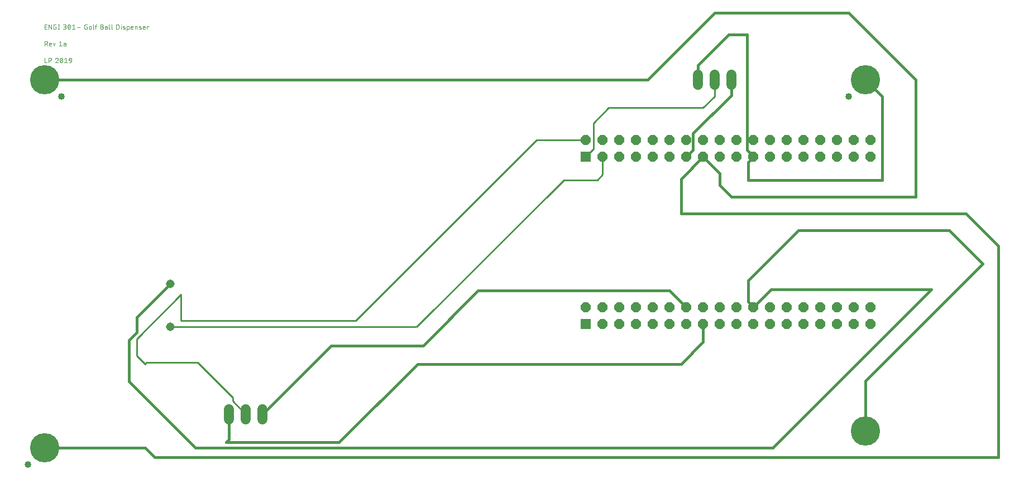
<source format=gbr>
G04 EAGLE Gerber RS-274X export*
G75*
%MOMM*%
%FSLAX34Y34*%
%LPD*%
%INTop Copper*%
%IPPOS*%
%AMOC8*
5,1,8,0,0,1.08239X$1,22.5*%
G01*
%ADD10C,0.050800*%
%ADD11C,1.308000*%
%ADD12R,1.524000X1.524000*%
%ADD13P,1.649562X8X22.500000*%
%ADD14C,1.524000*%
%ADD15C,1.016000*%
%ADD16C,4.445000*%
%ADD17C,0.381000*%
%ADD18C,0.254000*%
%ADD19C,0.152400*%


D10*
X54215Y686054D02*
X51054Y686054D01*
X51054Y693166D01*
X54215Y693166D01*
X53425Y690005D02*
X51054Y690005D01*
X56985Y693166D02*
X56985Y686054D01*
X60936Y686054D02*
X56985Y693166D01*
X60936Y693166D02*
X60936Y686054D01*
X67066Y690005D02*
X68251Y690005D01*
X68251Y686054D01*
X65881Y686054D01*
X65803Y686056D01*
X65726Y686062D01*
X65649Y686071D01*
X65573Y686084D01*
X65497Y686101D01*
X65422Y686122D01*
X65349Y686146D01*
X65276Y686174D01*
X65205Y686206D01*
X65136Y686241D01*
X65069Y686279D01*
X65003Y686320D01*
X64940Y686365D01*
X64879Y686413D01*
X64820Y686463D01*
X64764Y686517D01*
X64710Y686573D01*
X64660Y686632D01*
X64612Y686693D01*
X64567Y686756D01*
X64526Y686822D01*
X64488Y686889D01*
X64453Y686958D01*
X64421Y687029D01*
X64393Y687102D01*
X64369Y687175D01*
X64348Y687250D01*
X64331Y687326D01*
X64318Y687402D01*
X64309Y687479D01*
X64303Y687556D01*
X64301Y687634D01*
X64300Y687634D02*
X64300Y691586D01*
X64301Y691586D02*
X64303Y691664D01*
X64309Y691741D01*
X64318Y691818D01*
X64331Y691894D01*
X64348Y691970D01*
X64369Y692045D01*
X64393Y692118D01*
X64421Y692191D01*
X64453Y692262D01*
X64488Y692331D01*
X64526Y692398D01*
X64567Y692464D01*
X64612Y692527D01*
X64660Y692588D01*
X64710Y692647D01*
X64764Y692703D01*
X64820Y692757D01*
X64879Y692807D01*
X64940Y692855D01*
X65003Y692900D01*
X65069Y692941D01*
X65136Y692979D01*
X65205Y693014D01*
X65276Y693046D01*
X65349Y693074D01*
X65422Y693098D01*
X65497Y693119D01*
X65573Y693136D01*
X65649Y693149D01*
X65726Y693158D01*
X65803Y693164D01*
X65881Y693166D01*
X68251Y693166D01*
X71991Y693166D02*
X71991Y686054D01*
X71201Y686054D02*
X72781Y686054D01*
X72781Y693166D02*
X71201Y693166D01*
X79159Y686054D02*
X81135Y686054D01*
X81222Y686056D01*
X81310Y686062D01*
X81397Y686071D01*
X81483Y686085D01*
X81569Y686102D01*
X81653Y686123D01*
X81737Y686148D01*
X81820Y686177D01*
X81901Y686209D01*
X81981Y686244D01*
X82059Y686283D01*
X82136Y686326D01*
X82210Y686372D01*
X82282Y686421D01*
X82352Y686473D01*
X82420Y686529D01*
X82485Y686587D01*
X82548Y686648D01*
X82607Y686712D01*
X82664Y686779D01*
X82718Y686847D01*
X82769Y686919D01*
X82816Y686992D01*
X82861Y687067D01*
X82902Y687145D01*
X82939Y687224D01*
X82973Y687304D01*
X83003Y687386D01*
X83030Y687469D01*
X83053Y687554D01*
X83072Y687639D01*
X83087Y687725D01*
X83099Y687812D01*
X83107Y687899D01*
X83111Y687986D01*
X83111Y688074D01*
X83107Y688161D01*
X83099Y688248D01*
X83087Y688335D01*
X83072Y688421D01*
X83053Y688506D01*
X83030Y688591D01*
X83003Y688674D01*
X82973Y688756D01*
X82939Y688836D01*
X82902Y688915D01*
X82861Y688993D01*
X82816Y689068D01*
X82769Y689141D01*
X82718Y689213D01*
X82664Y689281D01*
X82607Y689348D01*
X82548Y689412D01*
X82485Y689473D01*
X82420Y689531D01*
X82352Y689587D01*
X82282Y689639D01*
X82210Y689688D01*
X82136Y689734D01*
X82059Y689777D01*
X81981Y689816D01*
X81901Y689851D01*
X81820Y689883D01*
X81737Y689912D01*
X81653Y689937D01*
X81569Y689958D01*
X81483Y689975D01*
X81397Y689989D01*
X81310Y689998D01*
X81222Y690004D01*
X81135Y690006D01*
X81530Y693166D02*
X79159Y693166D01*
X81530Y693166D02*
X81609Y693164D01*
X81687Y693158D01*
X81765Y693148D01*
X81843Y693135D01*
X81920Y693117D01*
X81996Y693096D01*
X82070Y693071D01*
X82144Y693042D01*
X82216Y693010D01*
X82286Y692974D01*
X82354Y692934D01*
X82420Y692891D01*
X82484Y692845D01*
X82546Y692796D01*
X82605Y692744D01*
X82661Y692689D01*
X82715Y692631D01*
X82765Y692571D01*
X82813Y692508D01*
X82857Y692443D01*
X82898Y692376D01*
X82936Y692307D01*
X82970Y692236D01*
X83001Y692163D01*
X83028Y692089D01*
X83051Y692014D01*
X83070Y691938D01*
X83086Y691860D01*
X83098Y691782D01*
X83106Y691704D01*
X83110Y691625D01*
X83110Y691547D01*
X83106Y691468D01*
X83098Y691390D01*
X83086Y691312D01*
X83070Y691234D01*
X83051Y691158D01*
X83028Y691083D01*
X83001Y691009D01*
X82970Y690936D01*
X82936Y690865D01*
X82898Y690796D01*
X82857Y690729D01*
X82813Y690664D01*
X82765Y690601D01*
X82715Y690541D01*
X82661Y690483D01*
X82605Y690428D01*
X82546Y690376D01*
X82484Y690327D01*
X82420Y690281D01*
X82354Y690238D01*
X82286Y690198D01*
X82216Y690162D01*
X82144Y690130D01*
X82070Y690101D01*
X81996Y690076D01*
X81920Y690055D01*
X81843Y690037D01*
X81765Y690024D01*
X81687Y690014D01*
X81609Y690008D01*
X81530Y690006D01*
X81530Y690005D02*
X79949Y690005D01*
X86017Y689610D02*
X86019Y689758D01*
X86024Y689905D01*
X86034Y690053D01*
X86047Y690200D01*
X86063Y690347D01*
X86084Y690493D01*
X86108Y690639D01*
X86136Y690784D01*
X86167Y690928D01*
X86202Y691071D01*
X86241Y691214D01*
X86283Y691355D01*
X86329Y691496D01*
X86378Y691635D01*
X86431Y691773D01*
X86487Y691910D01*
X86547Y692045D01*
X86610Y692178D01*
X86636Y692249D01*
X86666Y692318D01*
X86700Y692386D01*
X86737Y692452D01*
X86777Y692516D01*
X86821Y692578D01*
X86867Y692637D01*
X86917Y692694D01*
X86970Y692748D01*
X87025Y692800D01*
X87083Y692848D01*
X87143Y692894D01*
X87206Y692936D01*
X87271Y692975D01*
X87337Y693011D01*
X87406Y693043D01*
X87475Y693071D01*
X87547Y693096D01*
X87619Y693117D01*
X87693Y693135D01*
X87767Y693148D01*
X87842Y693158D01*
X87917Y693164D01*
X87993Y693166D01*
X88069Y693164D01*
X88144Y693158D01*
X88219Y693148D01*
X88293Y693135D01*
X88367Y693117D01*
X88439Y693096D01*
X88510Y693071D01*
X88580Y693043D01*
X88649Y693011D01*
X88715Y692975D01*
X88780Y692936D01*
X88843Y692894D01*
X88903Y692848D01*
X88961Y692800D01*
X89016Y692748D01*
X89069Y692694D01*
X89119Y692637D01*
X89165Y692578D01*
X89209Y692516D01*
X89249Y692452D01*
X89286Y692386D01*
X89320Y692318D01*
X89350Y692249D01*
X89376Y692178D01*
X89375Y692178D02*
X89438Y692045D01*
X89498Y691910D01*
X89554Y691773D01*
X89607Y691635D01*
X89656Y691496D01*
X89702Y691355D01*
X89744Y691214D01*
X89783Y691071D01*
X89818Y690928D01*
X89849Y690784D01*
X89877Y690639D01*
X89901Y690493D01*
X89922Y690347D01*
X89938Y690200D01*
X89951Y690053D01*
X89961Y689905D01*
X89966Y689758D01*
X89968Y689610D01*
X86017Y689610D02*
X86019Y689462D01*
X86024Y689315D01*
X86034Y689167D01*
X86047Y689020D01*
X86063Y688873D01*
X86084Y688727D01*
X86108Y688582D01*
X86136Y688436D01*
X86167Y688292D01*
X86202Y688149D01*
X86241Y688006D01*
X86283Y687865D01*
X86329Y687724D01*
X86378Y687585D01*
X86431Y687447D01*
X86487Y687310D01*
X86547Y687175D01*
X86610Y687042D01*
X86636Y686971D01*
X86666Y686902D01*
X86700Y686834D01*
X86737Y686768D01*
X86777Y686704D01*
X86821Y686642D01*
X86867Y686583D01*
X86917Y686526D01*
X86970Y686472D01*
X87025Y686420D01*
X87083Y686372D01*
X87143Y686326D01*
X87206Y686284D01*
X87271Y686245D01*
X87337Y686209D01*
X87406Y686177D01*
X87476Y686149D01*
X87547Y686124D01*
X87619Y686103D01*
X87693Y686085D01*
X87767Y686072D01*
X87842Y686062D01*
X87917Y686056D01*
X87993Y686054D01*
X89375Y687042D02*
X89438Y687175D01*
X89498Y687310D01*
X89554Y687447D01*
X89607Y687585D01*
X89656Y687724D01*
X89702Y687865D01*
X89744Y688006D01*
X89783Y688149D01*
X89818Y688292D01*
X89849Y688436D01*
X89877Y688582D01*
X89901Y688727D01*
X89922Y688873D01*
X89938Y689020D01*
X89951Y689167D01*
X89961Y689315D01*
X89966Y689462D01*
X89968Y689610D01*
X89376Y687042D02*
X89350Y686971D01*
X89320Y686902D01*
X89286Y686834D01*
X89249Y686768D01*
X89209Y686704D01*
X89165Y686642D01*
X89119Y686583D01*
X89069Y686526D01*
X89016Y686472D01*
X88961Y686420D01*
X88903Y686372D01*
X88843Y686326D01*
X88780Y686284D01*
X88715Y686245D01*
X88649Y686209D01*
X88580Y686177D01*
X88510Y686149D01*
X88439Y686124D01*
X88367Y686103D01*
X88293Y686085D01*
X88219Y686072D01*
X88144Y686062D01*
X88069Y686056D01*
X87993Y686054D01*
X86412Y687634D02*
X89573Y691586D01*
X92875Y691586D02*
X94851Y693166D01*
X94851Y686054D01*
X96826Y686054D02*
X92875Y686054D01*
X99795Y688820D02*
X104536Y688820D01*
X114157Y690005D02*
X115343Y690005D01*
X115343Y686054D01*
X112972Y686054D01*
X112894Y686056D01*
X112817Y686062D01*
X112740Y686071D01*
X112664Y686084D01*
X112588Y686101D01*
X112513Y686122D01*
X112440Y686146D01*
X112367Y686174D01*
X112296Y686206D01*
X112227Y686241D01*
X112160Y686279D01*
X112094Y686320D01*
X112031Y686365D01*
X111970Y686413D01*
X111911Y686463D01*
X111855Y686517D01*
X111801Y686573D01*
X111751Y686632D01*
X111703Y686693D01*
X111658Y686756D01*
X111617Y686822D01*
X111579Y686889D01*
X111544Y686958D01*
X111512Y687029D01*
X111484Y687102D01*
X111460Y687175D01*
X111439Y687250D01*
X111422Y687326D01*
X111409Y687402D01*
X111400Y687479D01*
X111394Y687556D01*
X111392Y687634D01*
X111392Y691586D01*
X111394Y691664D01*
X111400Y691741D01*
X111409Y691818D01*
X111422Y691894D01*
X111439Y691970D01*
X111460Y692045D01*
X111484Y692118D01*
X111512Y692191D01*
X111544Y692262D01*
X111579Y692331D01*
X111617Y692398D01*
X111658Y692464D01*
X111703Y692527D01*
X111751Y692588D01*
X111801Y692647D01*
X111855Y692703D01*
X111911Y692757D01*
X111970Y692807D01*
X112031Y692855D01*
X112094Y692900D01*
X112160Y692941D01*
X112227Y692979D01*
X112296Y693014D01*
X112367Y693046D01*
X112440Y693074D01*
X112513Y693098D01*
X112588Y693119D01*
X112664Y693136D01*
X112740Y693149D01*
X112817Y693158D01*
X112894Y693164D01*
X112972Y693166D01*
X115343Y693166D01*
X118416Y689215D02*
X118416Y687634D01*
X118417Y689215D02*
X118419Y689294D01*
X118425Y689372D01*
X118435Y689450D01*
X118448Y689528D01*
X118466Y689605D01*
X118487Y689681D01*
X118512Y689755D01*
X118541Y689829D01*
X118573Y689901D01*
X118609Y689971D01*
X118649Y690039D01*
X118692Y690105D01*
X118738Y690169D01*
X118787Y690231D01*
X118839Y690290D01*
X118894Y690346D01*
X118952Y690400D01*
X119012Y690450D01*
X119075Y690498D01*
X119140Y690542D01*
X119207Y690583D01*
X119276Y690621D01*
X119347Y690655D01*
X119420Y690686D01*
X119494Y690713D01*
X119569Y690736D01*
X119645Y690755D01*
X119723Y690771D01*
X119801Y690783D01*
X119879Y690791D01*
X119958Y690795D01*
X120036Y690795D01*
X120115Y690791D01*
X120193Y690783D01*
X120271Y690771D01*
X120349Y690755D01*
X120425Y690736D01*
X120500Y690713D01*
X120574Y690686D01*
X120647Y690655D01*
X120718Y690621D01*
X120787Y690583D01*
X120854Y690542D01*
X120919Y690498D01*
X120982Y690450D01*
X121042Y690400D01*
X121100Y690346D01*
X121155Y690290D01*
X121207Y690231D01*
X121256Y690169D01*
X121302Y690105D01*
X121345Y690039D01*
X121385Y689971D01*
X121421Y689901D01*
X121453Y689829D01*
X121482Y689755D01*
X121507Y689681D01*
X121528Y689605D01*
X121546Y689528D01*
X121559Y689450D01*
X121569Y689372D01*
X121575Y689294D01*
X121577Y689215D01*
X121577Y687634D01*
X121575Y687555D01*
X121569Y687477D01*
X121559Y687399D01*
X121546Y687321D01*
X121528Y687244D01*
X121507Y687168D01*
X121482Y687094D01*
X121453Y687020D01*
X121421Y686948D01*
X121385Y686878D01*
X121345Y686810D01*
X121302Y686744D01*
X121256Y686680D01*
X121207Y686618D01*
X121155Y686559D01*
X121100Y686503D01*
X121042Y686449D01*
X120982Y686399D01*
X120919Y686351D01*
X120854Y686307D01*
X120787Y686266D01*
X120718Y686228D01*
X120647Y686194D01*
X120574Y686163D01*
X120500Y686136D01*
X120425Y686113D01*
X120349Y686094D01*
X120271Y686078D01*
X120193Y686066D01*
X120115Y686058D01*
X120036Y686054D01*
X119958Y686054D01*
X119879Y686058D01*
X119801Y686066D01*
X119723Y686078D01*
X119645Y686094D01*
X119569Y686113D01*
X119494Y686136D01*
X119420Y686163D01*
X119347Y686194D01*
X119276Y686228D01*
X119207Y686266D01*
X119140Y686307D01*
X119075Y686351D01*
X119012Y686399D01*
X118952Y686449D01*
X118894Y686503D01*
X118839Y686559D01*
X118787Y686618D01*
X118738Y686680D01*
X118692Y686744D01*
X118649Y686810D01*
X118609Y686878D01*
X118573Y686948D01*
X118541Y687020D01*
X118512Y687094D01*
X118487Y687168D01*
X118466Y687244D01*
X118448Y687321D01*
X118435Y687399D01*
X118425Y687477D01*
X118419Y687555D01*
X118417Y687634D01*
X124461Y687239D02*
X124461Y693166D01*
X124461Y687239D02*
X124463Y687173D01*
X124468Y687106D01*
X124478Y687041D01*
X124491Y686975D01*
X124507Y686911D01*
X124527Y686848D01*
X124551Y686786D01*
X124578Y686725D01*
X124609Y686666D01*
X124643Y686609D01*
X124680Y686553D01*
X124720Y686500D01*
X124762Y686449D01*
X124808Y686401D01*
X124856Y686355D01*
X124907Y686313D01*
X124960Y686273D01*
X125016Y686236D01*
X125073Y686202D01*
X125132Y686171D01*
X125193Y686144D01*
X125255Y686120D01*
X125318Y686100D01*
X125382Y686084D01*
X125448Y686071D01*
X125513Y686061D01*
X125580Y686056D01*
X125646Y686054D01*
X128400Y686054D02*
X128400Y691981D01*
X128402Y692047D01*
X128407Y692114D01*
X128417Y692179D01*
X128430Y692245D01*
X128446Y692309D01*
X128466Y692372D01*
X128490Y692434D01*
X128517Y692495D01*
X128548Y692554D01*
X128582Y692611D01*
X128619Y692667D01*
X128659Y692720D01*
X128701Y692771D01*
X128747Y692819D01*
X128795Y692865D01*
X128846Y692907D01*
X128899Y692947D01*
X128955Y692984D01*
X129012Y693018D01*
X129071Y693049D01*
X129131Y693076D01*
X129194Y693099D01*
X129257Y693120D01*
X129321Y693136D01*
X129386Y693149D01*
X129452Y693159D01*
X129519Y693164D01*
X129585Y693166D01*
X129980Y693166D01*
X129980Y690795D02*
X127610Y690795D01*
X135945Y690005D02*
X137920Y690005D01*
X137920Y690006D02*
X138007Y690004D01*
X138095Y689998D01*
X138182Y689989D01*
X138268Y689975D01*
X138354Y689958D01*
X138438Y689937D01*
X138522Y689912D01*
X138605Y689883D01*
X138686Y689851D01*
X138766Y689816D01*
X138844Y689777D01*
X138921Y689734D01*
X138995Y689688D01*
X139067Y689639D01*
X139137Y689587D01*
X139205Y689531D01*
X139270Y689473D01*
X139333Y689412D01*
X139392Y689348D01*
X139449Y689281D01*
X139503Y689213D01*
X139554Y689141D01*
X139601Y689068D01*
X139646Y688993D01*
X139687Y688915D01*
X139724Y688836D01*
X139758Y688756D01*
X139788Y688674D01*
X139815Y688591D01*
X139838Y688506D01*
X139857Y688421D01*
X139872Y688335D01*
X139884Y688248D01*
X139892Y688161D01*
X139896Y688074D01*
X139896Y687986D01*
X139892Y687899D01*
X139884Y687812D01*
X139872Y687725D01*
X139857Y687639D01*
X139838Y687554D01*
X139815Y687469D01*
X139788Y687386D01*
X139758Y687304D01*
X139724Y687224D01*
X139687Y687145D01*
X139646Y687067D01*
X139601Y686992D01*
X139554Y686919D01*
X139503Y686847D01*
X139449Y686779D01*
X139392Y686712D01*
X139333Y686648D01*
X139270Y686587D01*
X139205Y686529D01*
X139137Y686473D01*
X139067Y686421D01*
X138995Y686372D01*
X138921Y686326D01*
X138844Y686283D01*
X138766Y686244D01*
X138686Y686209D01*
X138605Y686177D01*
X138522Y686148D01*
X138438Y686123D01*
X138354Y686102D01*
X138268Y686085D01*
X138182Y686071D01*
X138095Y686062D01*
X138007Y686056D01*
X137920Y686054D01*
X135945Y686054D01*
X135945Y693166D01*
X137920Y693166D01*
X137999Y693164D01*
X138077Y693158D01*
X138155Y693148D01*
X138233Y693135D01*
X138310Y693117D01*
X138386Y693096D01*
X138460Y693071D01*
X138534Y693042D01*
X138606Y693010D01*
X138676Y692974D01*
X138744Y692934D01*
X138810Y692891D01*
X138874Y692845D01*
X138936Y692796D01*
X138995Y692744D01*
X139051Y692689D01*
X139105Y692631D01*
X139155Y692571D01*
X139203Y692508D01*
X139247Y692443D01*
X139288Y692376D01*
X139326Y692307D01*
X139360Y692236D01*
X139391Y692163D01*
X139418Y692089D01*
X139441Y692014D01*
X139460Y691938D01*
X139476Y691860D01*
X139488Y691782D01*
X139496Y691704D01*
X139500Y691625D01*
X139500Y691547D01*
X139496Y691468D01*
X139488Y691390D01*
X139476Y691312D01*
X139460Y691234D01*
X139441Y691158D01*
X139418Y691083D01*
X139391Y691009D01*
X139360Y690936D01*
X139326Y690865D01*
X139288Y690796D01*
X139247Y690729D01*
X139203Y690664D01*
X139155Y690601D01*
X139105Y690541D01*
X139051Y690483D01*
X138995Y690428D01*
X138936Y690376D01*
X138874Y690327D01*
X138810Y690281D01*
X138744Y690238D01*
X138676Y690198D01*
X138606Y690162D01*
X138534Y690130D01*
X138460Y690101D01*
X138386Y690076D01*
X138310Y690055D01*
X138233Y690037D01*
X138155Y690024D01*
X138077Y690014D01*
X137999Y690008D01*
X137920Y690006D01*
X143769Y688820D02*
X145547Y688820D01*
X143769Y688820D02*
X143695Y688818D01*
X143622Y688812D01*
X143549Y688802D01*
X143477Y688789D01*
X143405Y688771D01*
X143335Y688750D01*
X143265Y688725D01*
X143198Y688696D01*
X143131Y688664D01*
X143067Y688629D01*
X143004Y688589D01*
X142944Y688547D01*
X142886Y688502D01*
X142831Y688453D01*
X142778Y688402D01*
X142728Y688348D01*
X142681Y688291D01*
X142637Y688232D01*
X142597Y688171D01*
X142559Y688107D01*
X142525Y688042D01*
X142495Y687975D01*
X142468Y687906D01*
X142445Y687836D01*
X142426Y687765D01*
X142410Y687693D01*
X142398Y687621D01*
X142390Y687547D01*
X142386Y687474D01*
X142386Y687400D01*
X142390Y687327D01*
X142398Y687253D01*
X142410Y687181D01*
X142426Y687109D01*
X142445Y687038D01*
X142468Y686968D01*
X142495Y686899D01*
X142525Y686832D01*
X142559Y686767D01*
X142597Y686703D01*
X142637Y686642D01*
X142681Y686583D01*
X142728Y686526D01*
X142778Y686472D01*
X142831Y686421D01*
X142886Y686372D01*
X142944Y686327D01*
X143004Y686285D01*
X143067Y686245D01*
X143131Y686210D01*
X143198Y686178D01*
X143265Y686149D01*
X143335Y686124D01*
X143405Y686103D01*
X143477Y686085D01*
X143549Y686072D01*
X143622Y686062D01*
X143695Y686056D01*
X143769Y686054D01*
X145547Y686054D01*
X145547Y689610D01*
X145545Y689676D01*
X145540Y689743D01*
X145530Y689808D01*
X145517Y689874D01*
X145501Y689938D01*
X145481Y690001D01*
X145457Y690063D01*
X145430Y690124D01*
X145399Y690183D01*
X145365Y690240D01*
X145328Y690296D01*
X145288Y690349D01*
X145246Y690400D01*
X145200Y690448D01*
X145152Y690494D01*
X145101Y690536D01*
X145048Y690576D01*
X144992Y690613D01*
X144935Y690647D01*
X144876Y690678D01*
X144815Y690705D01*
X144753Y690729D01*
X144690Y690749D01*
X144626Y690765D01*
X144560Y690778D01*
X144495Y690788D01*
X144428Y690793D01*
X144362Y690795D01*
X142782Y690795D01*
X148692Y693166D02*
X148692Y687239D01*
X148693Y687239D02*
X148695Y687173D01*
X148700Y687106D01*
X148710Y687041D01*
X148723Y686975D01*
X148739Y686911D01*
X148759Y686848D01*
X148783Y686786D01*
X148810Y686725D01*
X148841Y686666D01*
X148875Y686609D01*
X148912Y686553D01*
X148952Y686500D01*
X148994Y686449D01*
X149040Y686401D01*
X149088Y686355D01*
X149139Y686313D01*
X149192Y686273D01*
X149248Y686236D01*
X149305Y686202D01*
X149364Y686171D01*
X149425Y686144D01*
X149487Y686120D01*
X149550Y686100D01*
X149614Y686084D01*
X149680Y686071D01*
X149745Y686061D01*
X149812Y686056D01*
X149878Y686054D01*
X152350Y687239D02*
X152350Y693166D01*
X152350Y687239D02*
X152352Y687173D01*
X152357Y687106D01*
X152367Y687041D01*
X152380Y686975D01*
X152396Y686911D01*
X152416Y686848D01*
X152440Y686786D01*
X152467Y686725D01*
X152498Y686666D01*
X152532Y686609D01*
X152569Y686553D01*
X152609Y686500D01*
X152651Y686449D01*
X152697Y686401D01*
X152745Y686355D01*
X152796Y686313D01*
X152849Y686273D01*
X152905Y686236D01*
X152962Y686202D01*
X153021Y686171D01*
X153082Y686144D01*
X153144Y686120D01*
X153207Y686100D01*
X153271Y686084D01*
X153337Y686071D01*
X153402Y686061D01*
X153469Y686056D01*
X153535Y686054D01*
X159854Y686054D02*
X159854Y693166D01*
X161830Y693166D01*
X161916Y693164D01*
X162002Y693158D01*
X162088Y693149D01*
X162173Y693136D01*
X162258Y693119D01*
X162341Y693099D01*
X162424Y693075D01*
X162506Y693047D01*
X162586Y693016D01*
X162665Y692981D01*
X162742Y692943D01*
X162818Y692901D01*
X162892Y692857D01*
X162963Y692809D01*
X163033Y692758D01*
X163100Y692704D01*
X163165Y692647D01*
X163227Y692587D01*
X163287Y692525D01*
X163344Y692460D01*
X163398Y692393D01*
X163449Y692323D01*
X163497Y692252D01*
X163541Y692178D01*
X163583Y692102D01*
X163621Y692025D01*
X163656Y691946D01*
X163687Y691866D01*
X163715Y691784D01*
X163739Y691701D01*
X163759Y691618D01*
X163776Y691533D01*
X163789Y691448D01*
X163798Y691362D01*
X163804Y691276D01*
X163806Y691190D01*
X163806Y688030D01*
X163804Y687944D01*
X163798Y687858D01*
X163789Y687772D01*
X163776Y687687D01*
X163759Y687602D01*
X163739Y687519D01*
X163715Y687436D01*
X163687Y687354D01*
X163656Y687274D01*
X163621Y687195D01*
X163583Y687118D01*
X163541Y687042D01*
X163497Y686968D01*
X163449Y686897D01*
X163398Y686827D01*
X163344Y686760D01*
X163287Y686695D01*
X163227Y686633D01*
X163165Y686573D01*
X163100Y686516D01*
X163033Y686462D01*
X162963Y686411D01*
X162892Y686363D01*
X162818Y686319D01*
X162742Y686277D01*
X162665Y686239D01*
X162586Y686204D01*
X162506Y686173D01*
X162424Y686145D01*
X162341Y686121D01*
X162258Y686101D01*
X162173Y686084D01*
X162088Y686071D01*
X162002Y686062D01*
X161916Y686056D01*
X161830Y686054D01*
X159854Y686054D01*
X166859Y686054D02*
X166859Y690795D01*
X166662Y692771D02*
X166662Y693166D01*
X167057Y693166D01*
X167057Y692771D01*
X166662Y692771D01*
X170215Y688820D02*
X172190Y688030D01*
X170215Y688820D02*
X170157Y688845D01*
X170101Y688874D01*
X170046Y688906D01*
X169994Y688942D01*
X169944Y688981D01*
X169897Y689022D01*
X169852Y689067D01*
X169810Y689114D01*
X169771Y689163D01*
X169735Y689215D01*
X169702Y689269D01*
X169673Y689325D01*
X169647Y689383D01*
X169625Y689442D01*
X169607Y689503D01*
X169592Y689564D01*
X169581Y689626D01*
X169574Y689689D01*
X169571Y689752D01*
X169572Y689815D01*
X169577Y689878D01*
X169585Y689941D01*
X169598Y690003D01*
X169614Y690064D01*
X169634Y690124D01*
X169657Y690182D01*
X169684Y690239D01*
X169715Y690294D01*
X169749Y690348D01*
X169786Y690399D01*
X169826Y690447D01*
X169869Y690494D01*
X169915Y690537D01*
X169964Y690577D01*
X170015Y690615D01*
X170068Y690649D01*
X170123Y690680D01*
X170180Y690707D01*
X170238Y690731D01*
X170298Y690751D01*
X170359Y690767D01*
X170421Y690780D01*
X170484Y690789D01*
X170546Y690794D01*
X170610Y690795D01*
X170610Y690796D02*
X170741Y690792D01*
X170872Y690784D01*
X171002Y690773D01*
X171132Y690758D01*
X171262Y690738D01*
X171391Y690716D01*
X171519Y690689D01*
X171647Y690659D01*
X171773Y690625D01*
X171899Y690587D01*
X172023Y690546D01*
X172146Y690501D01*
X172268Y690452D01*
X172388Y690400D01*
X172190Y688029D02*
X172248Y688004D01*
X172304Y687975D01*
X172359Y687943D01*
X172411Y687907D01*
X172461Y687868D01*
X172508Y687827D01*
X172553Y687782D01*
X172595Y687735D01*
X172634Y687686D01*
X172670Y687634D01*
X172703Y687580D01*
X172732Y687524D01*
X172758Y687466D01*
X172780Y687407D01*
X172798Y687346D01*
X172813Y687285D01*
X172824Y687223D01*
X172831Y687160D01*
X172834Y687097D01*
X172833Y687034D01*
X172828Y686971D01*
X172820Y686908D01*
X172807Y686846D01*
X172791Y686785D01*
X172771Y686725D01*
X172748Y686667D01*
X172721Y686610D01*
X172690Y686555D01*
X172656Y686501D01*
X172619Y686450D01*
X172579Y686402D01*
X172536Y686355D01*
X172490Y686312D01*
X172441Y686272D01*
X172390Y686234D01*
X172337Y686200D01*
X172282Y686169D01*
X172225Y686142D01*
X172167Y686118D01*
X172107Y686098D01*
X172046Y686082D01*
X171984Y686069D01*
X171921Y686060D01*
X171859Y686055D01*
X171795Y686054D01*
X171637Y686058D01*
X171479Y686066D01*
X171321Y686077D01*
X171163Y686093D01*
X171005Y686112D01*
X170849Y686135D01*
X170692Y686161D01*
X170537Y686191D01*
X170382Y686225D01*
X170228Y686263D01*
X170075Y686304D01*
X169923Y686349D01*
X169772Y686397D01*
X169622Y686449D01*
X175827Y683683D02*
X175827Y690795D01*
X177802Y690795D01*
X177868Y690793D01*
X177935Y690788D01*
X178000Y690778D01*
X178066Y690765D01*
X178130Y690749D01*
X178193Y690729D01*
X178255Y690705D01*
X178316Y690678D01*
X178375Y690647D01*
X178432Y690613D01*
X178488Y690576D01*
X178541Y690536D01*
X178592Y690494D01*
X178640Y690448D01*
X178686Y690400D01*
X178728Y690349D01*
X178768Y690296D01*
X178805Y690240D01*
X178839Y690183D01*
X178870Y690124D01*
X178897Y690064D01*
X178920Y690001D01*
X178941Y689938D01*
X178957Y689874D01*
X178970Y689809D01*
X178980Y689743D01*
X178985Y689676D01*
X178987Y689610D01*
X178987Y687239D01*
X178985Y687173D01*
X178980Y687106D01*
X178970Y687041D01*
X178957Y686975D01*
X178941Y686911D01*
X178921Y686848D01*
X178897Y686786D01*
X178870Y686725D01*
X178839Y686666D01*
X178805Y686609D01*
X178768Y686553D01*
X178728Y686500D01*
X178686Y686449D01*
X178640Y686401D01*
X178592Y686355D01*
X178541Y686313D01*
X178488Y686273D01*
X178432Y686236D01*
X178375Y686202D01*
X178316Y686171D01*
X178255Y686144D01*
X178193Y686120D01*
X178130Y686100D01*
X178066Y686084D01*
X178000Y686071D01*
X177935Y686061D01*
X177868Y686056D01*
X177802Y686054D01*
X175827Y686054D01*
X182923Y686054D02*
X184899Y686054D01*
X182923Y686054D02*
X182857Y686056D01*
X182790Y686061D01*
X182725Y686071D01*
X182659Y686084D01*
X182595Y686100D01*
X182532Y686120D01*
X182470Y686144D01*
X182409Y686171D01*
X182350Y686202D01*
X182293Y686236D01*
X182237Y686273D01*
X182184Y686313D01*
X182133Y686355D01*
X182085Y686401D01*
X182039Y686449D01*
X181997Y686500D01*
X181957Y686553D01*
X181920Y686609D01*
X181886Y686666D01*
X181855Y686725D01*
X181828Y686786D01*
X181804Y686848D01*
X181784Y686911D01*
X181768Y686975D01*
X181755Y687041D01*
X181745Y687106D01*
X181740Y687173D01*
X181738Y687239D01*
X181738Y689215D01*
X181740Y689294D01*
X181746Y689372D01*
X181756Y689450D01*
X181769Y689528D01*
X181787Y689605D01*
X181808Y689681D01*
X181833Y689755D01*
X181862Y689829D01*
X181894Y689901D01*
X181930Y689971D01*
X181970Y690039D01*
X182013Y690105D01*
X182059Y690169D01*
X182108Y690231D01*
X182160Y690290D01*
X182215Y690346D01*
X182273Y690400D01*
X182333Y690450D01*
X182396Y690498D01*
X182461Y690542D01*
X182528Y690583D01*
X182597Y690621D01*
X182668Y690655D01*
X182741Y690686D01*
X182815Y690713D01*
X182890Y690736D01*
X182966Y690755D01*
X183044Y690771D01*
X183122Y690783D01*
X183200Y690791D01*
X183279Y690795D01*
X183357Y690795D01*
X183436Y690791D01*
X183514Y690783D01*
X183592Y690771D01*
X183670Y690755D01*
X183746Y690736D01*
X183821Y690713D01*
X183895Y690686D01*
X183968Y690655D01*
X184039Y690621D01*
X184108Y690583D01*
X184175Y690542D01*
X184240Y690498D01*
X184303Y690450D01*
X184363Y690400D01*
X184421Y690346D01*
X184476Y690290D01*
X184528Y690231D01*
X184577Y690169D01*
X184623Y690105D01*
X184666Y690039D01*
X184706Y689971D01*
X184742Y689901D01*
X184774Y689829D01*
X184803Y689755D01*
X184828Y689681D01*
X184849Y689605D01*
X184867Y689528D01*
X184880Y689450D01*
X184890Y689372D01*
X184896Y689294D01*
X184898Y689215D01*
X184899Y689215D02*
X184899Y688425D01*
X181738Y688425D01*
X187910Y686054D02*
X187910Y690795D01*
X189885Y690795D01*
X189951Y690793D01*
X190018Y690788D01*
X190083Y690778D01*
X190149Y690765D01*
X190213Y690749D01*
X190276Y690729D01*
X190338Y690705D01*
X190399Y690678D01*
X190458Y690647D01*
X190515Y690613D01*
X190571Y690576D01*
X190624Y690536D01*
X190675Y690494D01*
X190723Y690448D01*
X190769Y690400D01*
X190811Y690349D01*
X190851Y690296D01*
X190888Y690240D01*
X190922Y690183D01*
X190953Y690124D01*
X190980Y690064D01*
X191003Y690001D01*
X191024Y689938D01*
X191040Y689874D01*
X191053Y689809D01*
X191063Y689743D01*
X191068Y689676D01*
X191070Y689610D01*
X191071Y689610D02*
X191071Y686054D01*
X194675Y688820D02*
X196650Y688030D01*
X194675Y688820D02*
X194617Y688845D01*
X194561Y688874D01*
X194506Y688906D01*
X194454Y688942D01*
X194404Y688981D01*
X194357Y689022D01*
X194312Y689067D01*
X194270Y689114D01*
X194231Y689163D01*
X194195Y689215D01*
X194162Y689269D01*
X194133Y689325D01*
X194107Y689383D01*
X194085Y689442D01*
X194067Y689503D01*
X194052Y689564D01*
X194041Y689626D01*
X194034Y689689D01*
X194031Y689752D01*
X194032Y689815D01*
X194037Y689878D01*
X194045Y689941D01*
X194058Y690003D01*
X194074Y690064D01*
X194094Y690124D01*
X194117Y690182D01*
X194144Y690239D01*
X194175Y690294D01*
X194209Y690348D01*
X194246Y690399D01*
X194286Y690447D01*
X194329Y690494D01*
X194375Y690537D01*
X194424Y690577D01*
X194475Y690615D01*
X194528Y690649D01*
X194583Y690680D01*
X194640Y690707D01*
X194698Y690731D01*
X194758Y690751D01*
X194819Y690767D01*
X194881Y690780D01*
X194944Y690789D01*
X195006Y690794D01*
X195070Y690795D01*
X195070Y690796D02*
X195201Y690792D01*
X195332Y690784D01*
X195462Y690773D01*
X195592Y690758D01*
X195722Y690738D01*
X195851Y690716D01*
X195979Y690689D01*
X196107Y690659D01*
X196233Y690625D01*
X196359Y690587D01*
X196483Y690546D01*
X196606Y690501D01*
X196728Y690452D01*
X196848Y690400D01*
X196650Y688029D02*
X196708Y688004D01*
X196764Y687975D01*
X196819Y687943D01*
X196871Y687907D01*
X196921Y687868D01*
X196968Y687827D01*
X197013Y687782D01*
X197055Y687735D01*
X197094Y687686D01*
X197130Y687634D01*
X197163Y687580D01*
X197192Y687524D01*
X197218Y687466D01*
X197240Y687407D01*
X197258Y687346D01*
X197273Y687285D01*
X197284Y687223D01*
X197291Y687160D01*
X197294Y687097D01*
X197293Y687034D01*
X197288Y686971D01*
X197280Y686908D01*
X197267Y686846D01*
X197251Y686785D01*
X197231Y686725D01*
X197208Y686667D01*
X197181Y686610D01*
X197150Y686555D01*
X197116Y686501D01*
X197079Y686450D01*
X197039Y686402D01*
X196996Y686355D01*
X196950Y686312D01*
X196901Y686272D01*
X196850Y686234D01*
X196797Y686200D01*
X196742Y686169D01*
X196685Y686142D01*
X196627Y686118D01*
X196567Y686098D01*
X196506Y686082D01*
X196444Y686069D01*
X196381Y686060D01*
X196319Y686055D01*
X196255Y686054D01*
X196097Y686058D01*
X195939Y686066D01*
X195781Y686077D01*
X195623Y686093D01*
X195465Y686112D01*
X195309Y686135D01*
X195152Y686161D01*
X194997Y686191D01*
X194842Y686225D01*
X194688Y686263D01*
X194535Y686304D01*
X194383Y686349D01*
X194232Y686397D01*
X194082Y686449D01*
X201211Y686054D02*
X203187Y686054D01*
X201211Y686054D02*
X201145Y686056D01*
X201078Y686061D01*
X201013Y686071D01*
X200947Y686084D01*
X200883Y686100D01*
X200820Y686120D01*
X200758Y686144D01*
X200697Y686171D01*
X200638Y686202D01*
X200581Y686236D01*
X200525Y686273D01*
X200472Y686313D01*
X200421Y686355D01*
X200373Y686401D01*
X200327Y686449D01*
X200285Y686500D01*
X200245Y686553D01*
X200208Y686609D01*
X200174Y686666D01*
X200143Y686725D01*
X200116Y686786D01*
X200092Y686848D01*
X200072Y686911D01*
X200056Y686975D01*
X200043Y687041D01*
X200033Y687106D01*
X200028Y687173D01*
X200026Y687239D01*
X200026Y689215D01*
X200028Y689294D01*
X200034Y689372D01*
X200044Y689450D01*
X200057Y689528D01*
X200075Y689605D01*
X200096Y689681D01*
X200121Y689755D01*
X200150Y689829D01*
X200182Y689901D01*
X200218Y689971D01*
X200258Y690039D01*
X200301Y690105D01*
X200347Y690169D01*
X200396Y690231D01*
X200448Y690290D01*
X200503Y690346D01*
X200561Y690400D01*
X200621Y690450D01*
X200684Y690498D01*
X200749Y690542D01*
X200816Y690583D01*
X200885Y690621D01*
X200956Y690655D01*
X201029Y690686D01*
X201103Y690713D01*
X201178Y690736D01*
X201254Y690755D01*
X201332Y690771D01*
X201410Y690783D01*
X201488Y690791D01*
X201567Y690795D01*
X201645Y690795D01*
X201724Y690791D01*
X201802Y690783D01*
X201880Y690771D01*
X201958Y690755D01*
X202034Y690736D01*
X202109Y690713D01*
X202183Y690686D01*
X202256Y690655D01*
X202327Y690621D01*
X202396Y690583D01*
X202463Y690542D01*
X202528Y690498D01*
X202591Y690450D01*
X202651Y690400D01*
X202709Y690346D01*
X202764Y690290D01*
X202816Y690231D01*
X202865Y690169D01*
X202911Y690105D01*
X202954Y690039D01*
X202994Y689971D01*
X203030Y689901D01*
X203062Y689829D01*
X203091Y689755D01*
X203116Y689681D01*
X203137Y689605D01*
X203155Y689528D01*
X203168Y689450D01*
X203178Y689372D01*
X203184Y689294D01*
X203186Y689215D01*
X203187Y689215D02*
X203187Y688425D01*
X200026Y688425D01*
X206234Y686054D02*
X206234Y690795D01*
X208605Y690795D01*
X208605Y690005D01*
X51054Y667766D02*
X51054Y660654D01*
X51054Y667766D02*
X53030Y667766D01*
X53117Y667764D01*
X53205Y667758D01*
X53292Y667749D01*
X53378Y667735D01*
X53464Y667718D01*
X53548Y667697D01*
X53632Y667672D01*
X53715Y667643D01*
X53796Y667611D01*
X53876Y667576D01*
X53954Y667537D01*
X54031Y667494D01*
X54105Y667448D01*
X54177Y667399D01*
X54247Y667347D01*
X54315Y667291D01*
X54380Y667233D01*
X54443Y667172D01*
X54502Y667108D01*
X54559Y667041D01*
X54613Y666973D01*
X54664Y666901D01*
X54711Y666828D01*
X54756Y666753D01*
X54797Y666675D01*
X54834Y666596D01*
X54868Y666516D01*
X54898Y666434D01*
X54925Y666351D01*
X54948Y666266D01*
X54967Y666181D01*
X54982Y666095D01*
X54994Y666008D01*
X55002Y665921D01*
X55006Y665834D01*
X55006Y665746D01*
X55002Y665659D01*
X54994Y665572D01*
X54982Y665485D01*
X54967Y665399D01*
X54948Y665314D01*
X54925Y665229D01*
X54898Y665146D01*
X54868Y665064D01*
X54834Y664984D01*
X54797Y664905D01*
X54756Y664827D01*
X54711Y664752D01*
X54664Y664679D01*
X54613Y664607D01*
X54559Y664539D01*
X54502Y664472D01*
X54443Y664408D01*
X54380Y664347D01*
X54315Y664289D01*
X54247Y664233D01*
X54177Y664181D01*
X54105Y664132D01*
X54031Y664086D01*
X53954Y664043D01*
X53876Y664004D01*
X53796Y663969D01*
X53715Y663937D01*
X53632Y663908D01*
X53548Y663883D01*
X53464Y663862D01*
X53378Y663845D01*
X53292Y663831D01*
X53205Y663822D01*
X53117Y663816D01*
X53030Y663814D01*
X53030Y663815D02*
X51054Y663815D01*
X53425Y663815D02*
X55005Y660654D01*
X58995Y660654D02*
X60970Y660654D01*
X58995Y660654D02*
X58929Y660656D01*
X58862Y660661D01*
X58797Y660671D01*
X58731Y660684D01*
X58667Y660700D01*
X58604Y660720D01*
X58542Y660744D01*
X58481Y660771D01*
X58422Y660802D01*
X58365Y660836D01*
X58309Y660873D01*
X58256Y660913D01*
X58205Y660955D01*
X58157Y661001D01*
X58111Y661049D01*
X58069Y661100D01*
X58029Y661153D01*
X57992Y661209D01*
X57958Y661266D01*
X57927Y661325D01*
X57900Y661386D01*
X57876Y661448D01*
X57856Y661511D01*
X57840Y661575D01*
X57827Y661641D01*
X57817Y661706D01*
X57812Y661773D01*
X57810Y661839D01*
X57809Y661839D02*
X57809Y663815D01*
X57810Y663815D02*
X57812Y663894D01*
X57818Y663972D01*
X57828Y664050D01*
X57841Y664128D01*
X57859Y664205D01*
X57880Y664281D01*
X57905Y664355D01*
X57934Y664429D01*
X57966Y664501D01*
X58002Y664571D01*
X58042Y664639D01*
X58085Y664705D01*
X58131Y664769D01*
X58180Y664831D01*
X58232Y664890D01*
X58287Y664946D01*
X58345Y665000D01*
X58405Y665050D01*
X58468Y665098D01*
X58533Y665142D01*
X58600Y665183D01*
X58669Y665221D01*
X58740Y665255D01*
X58813Y665286D01*
X58887Y665313D01*
X58962Y665336D01*
X59038Y665355D01*
X59116Y665371D01*
X59194Y665383D01*
X59272Y665391D01*
X59351Y665395D01*
X59429Y665395D01*
X59508Y665391D01*
X59586Y665383D01*
X59664Y665371D01*
X59742Y665355D01*
X59818Y665336D01*
X59893Y665313D01*
X59967Y665286D01*
X60040Y665255D01*
X60111Y665221D01*
X60180Y665183D01*
X60247Y665142D01*
X60312Y665098D01*
X60375Y665050D01*
X60435Y665000D01*
X60493Y664946D01*
X60548Y664890D01*
X60600Y664831D01*
X60649Y664769D01*
X60695Y664705D01*
X60738Y664639D01*
X60778Y664571D01*
X60814Y664501D01*
X60846Y664429D01*
X60875Y664355D01*
X60900Y664281D01*
X60921Y664205D01*
X60939Y664128D01*
X60952Y664050D01*
X60962Y663972D01*
X60968Y663894D01*
X60970Y663815D01*
X60970Y663025D01*
X57809Y663025D01*
X63524Y665395D02*
X65105Y660654D01*
X66685Y665395D01*
X72959Y666186D02*
X74935Y667766D01*
X74935Y660654D01*
X76910Y660654D02*
X72959Y660654D01*
X81105Y663420D02*
X82883Y663420D01*
X81105Y663420D02*
X81031Y663418D01*
X80958Y663412D01*
X80885Y663402D01*
X80813Y663389D01*
X80741Y663371D01*
X80671Y663350D01*
X80601Y663325D01*
X80534Y663296D01*
X80467Y663264D01*
X80403Y663229D01*
X80340Y663189D01*
X80280Y663147D01*
X80222Y663102D01*
X80167Y663053D01*
X80114Y663002D01*
X80064Y662948D01*
X80017Y662891D01*
X79973Y662832D01*
X79933Y662771D01*
X79895Y662707D01*
X79861Y662642D01*
X79831Y662575D01*
X79804Y662506D01*
X79781Y662436D01*
X79762Y662365D01*
X79746Y662293D01*
X79734Y662221D01*
X79726Y662147D01*
X79722Y662074D01*
X79722Y662000D01*
X79726Y661927D01*
X79734Y661853D01*
X79746Y661781D01*
X79762Y661709D01*
X79781Y661638D01*
X79804Y661568D01*
X79831Y661499D01*
X79861Y661432D01*
X79895Y661367D01*
X79933Y661303D01*
X79973Y661242D01*
X80017Y661183D01*
X80064Y661126D01*
X80114Y661072D01*
X80167Y661021D01*
X80222Y660972D01*
X80280Y660927D01*
X80340Y660885D01*
X80403Y660845D01*
X80467Y660810D01*
X80534Y660778D01*
X80601Y660749D01*
X80671Y660724D01*
X80741Y660703D01*
X80813Y660685D01*
X80885Y660672D01*
X80958Y660662D01*
X81031Y660656D01*
X81105Y660654D01*
X82883Y660654D01*
X82883Y664210D01*
X82881Y664276D01*
X82876Y664343D01*
X82866Y664408D01*
X82853Y664474D01*
X82837Y664538D01*
X82817Y664601D01*
X82793Y664663D01*
X82766Y664724D01*
X82735Y664783D01*
X82701Y664840D01*
X82664Y664896D01*
X82624Y664949D01*
X82582Y665000D01*
X82536Y665048D01*
X82488Y665094D01*
X82437Y665136D01*
X82384Y665176D01*
X82328Y665213D01*
X82271Y665247D01*
X82212Y665278D01*
X82151Y665305D01*
X82089Y665329D01*
X82026Y665349D01*
X81962Y665365D01*
X81896Y665378D01*
X81831Y665388D01*
X81764Y665393D01*
X81698Y665395D01*
X80118Y665395D01*
X51054Y642366D02*
X51054Y635254D01*
X54215Y635254D01*
X57078Y635254D02*
X57078Y642366D01*
X59054Y642366D01*
X59141Y642364D01*
X59229Y642358D01*
X59316Y642349D01*
X59402Y642335D01*
X59488Y642318D01*
X59572Y642297D01*
X59656Y642272D01*
X59739Y642243D01*
X59820Y642211D01*
X59900Y642176D01*
X59978Y642137D01*
X60055Y642094D01*
X60129Y642048D01*
X60201Y641999D01*
X60271Y641947D01*
X60339Y641891D01*
X60404Y641833D01*
X60467Y641772D01*
X60526Y641708D01*
X60583Y641641D01*
X60637Y641573D01*
X60688Y641501D01*
X60735Y641428D01*
X60780Y641353D01*
X60821Y641275D01*
X60858Y641196D01*
X60892Y641116D01*
X60922Y641034D01*
X60949Y640951D01*
X60972Y640866D01*
X60991Y640781D01*
X61006Y640695D01*
X61018Y640608D01*
X61026Y640521D01*
X61030Y640434D01*
X61030Y640346D01*
X61026Y640259D01*
X61018Y640172D01*
X61006Y640085D01*
X60991Y639999D01*
X60972Y639914D01*
X60949Y639829D01*
X60922Y639746D01*
X60892Y639664D01*
X60858Y639584D01*
X60821Y639505D01*
X60780Y639427D01*
X60735Y639352D01*
X60688Y639279D01*
X60637Y639207D01*
X60583Y639139D01*
X60526Y639072D01*
X60467Y639008D01*
X60404Y638947D01*
X60339Y638889D01*
X60271Y638833D01*
X60201Y638781D01*
X60129Y638732D01*
X60055Y638686D01*
X59978Y638643D01*
X59900Y638604D01*
X59820Y638569D01*
X59739Y638537D01*
X59656Y638508D01*
X59572Y638483D01*
X59488Y638462D01*
X59402Y638445D01*
X59316Y638431D01*
X59229Y638422D01*
X59141Y638416D01*
X59054Y638414D01*
X59054Y638415D02*
X57078Y638415D01*
X69445Y642366D02*
X69527Y642364D01*
X69609Y642358D01*
X69691Y642349D01*
X69772Y642336D01*
X69852Y642319D01*
X69932Y642298D01*
X70010Y642274D01*
X70087Y642246D01*
X70163Y642215D01*
X70238Y642180D01*
X70310Y642141D01*
X70381Y642100D01*
X70450Y642055D01*
X70516Y642007D01*
X70581Y641956D01*
X70643Y641902D01*
X70702Y641845D01*
X70759Y641786D01*
X70813Y641724D01*
X70864Y641659D01*
X70912Y641593D01*
X70957Y641524D01*
X70998Y641453D01*
X71037Y641381D01*
X71072Y641306D01*
X71103Y641230D01*
X71131Y641153D01*
X71155Y641075D01*
X71176Y640995D01*
X71193Y640915D01*
X71206Y640834D01*
X71215Y640752D01*
X71221Y640670D01*
X71223Y640588D01*
X69445Y642366D02*
X69352Y642364D01*
X69260Y642358D01*
X69168Y642349D01*
X69076Y642336D01*
X68985Y642319D01*
X68895Y642299D01*
X68805Y642275D01*
X68717Y642247D01*
X68629Y642215D01*
X68544Y642181D01*
X68459Y642142D01*
X68377Y642101D01*
X68296Y642056D01*
X68216Y642007D01*
X68139Y641956D01*
X68064Y641902D01*
X67992Y641844D01*
X67922Y641784D01*
X67854Y641720D01*
X67789Y641655D01*
X67726Y641586D01*
X67667Y641515D01*
X67610Y641442D01*
X67556Y641366D01*
X67506Y641289D01*
X67458Y641209D01*
X67414Y641128D01*
X67374Y641044D01*
X67336Y640960D01*
X67302Y640873D01*
X67272Y640786D01*
X70630Y639205D02*
X70691Y639266D01*
X70749Y639329D01*
X70804Y639395D01*
X70857Y639463D01*
X70906Y639534D01*
X70951Y639606D01*
X70994Y639681D01*
X71033Y639757D01*
X71069Y639836D01*
X71101Y639915D01*
X71129Y639996D01*
X71154Y640079D01*
X71175Y640162D01*
X71192Y640246D01*
X71206Y640331D01*
X71215Y640416D01*
X71221Y640502D01*
X71223Y640588D01*
X70631Y639205D02*
X67272Y635254D01*
X71223Y635254D01*
X74130Y638810D02*
X74132Y638958D01*
X74137Y639105D01*
X74147Y639253D01*
X74160Y639400D01*
X74176Y639547D01*
X74197Y639693D01*
X74221Y639839D01*
X74249Y639984D01*
X74280Y640128D01*
X74315Y640271D01*
X74354Y640414D01*
X74396Y640555D01*
X74442Y640696D01*
X74491Y640835D01*
X74544Y640973D01*
X74600Y641110D01*
X74660Y641245D01*
X74723Y641378D01*
X74749Y641449D01*
X74779Y641518D01*
X74813Y641586D01*
X74850Y641652D01*
X74890Y641716D01*
X74934Y641778D01*
X74980Y641837D01*
X75030Y641894D01*
X75083Y641948D01*
X75138Y642000D01*
X75196Y642048D01*
X75256Y642094D01*
X75319Y642136D01*
X75384Y642175D01*
X75450Y642211D01*
X75519Y642243D01*
X75588Y642271D01*
X75660Y642296D01*
X75732Y642317D01*
X75806Y642335D01*
X75880Y642348D01*
X75955Y642358D01*
X76030Y642364D01*
X76106Y642366D01*
X76182Y642364D01*
X76257Y642358D01*
X76332Y642348D01*
X76406Y642335D01*
X76480Y642317D01*
X76552Y642296D01*
X76623Y642271D01*
X76693Y642243D01*
X76762Y642211D01*
X76828Y642175D01*
X76893Y642136D01*
X76956Y642094D01*
X77016Y642048D01*
X77074Y642000D01*
X77129Y641948D01*
X77182Y641894D01*
X77232Y641837D01*
X77278Y641778D01*
X77322Y641716D01*
X77362Y641652D01*
X77399Y641586D01*
X77433Y641518D01*
X77463Y641449D01*
X77489Y641378D01*
X77488Y641378D02*
X77551Y641245D01*
X77611Y641110D01*
X77667Y640973D01*
X77720Y640835D01*
X77769Y640696D01*
X77815Y640555D01*
X77857Y640414D01*
X77896Y640271D01*
X77931Y640128D01*
X77962Y639984D01*
X77990Y639839D01*
X78014Y639693D01*
X78035Y639547D01*
X78051Y639400D01*
X78064Y639253D01*
X78074Y639105D01*
X78079Y638958D01*
X78081Y638810D01*
X74130Y638810D02*
X74132Y638662D01*
X74137Y638515D01*
X74147Y638367D01*
X74160Y638220D01*
X74176Y638073D01*
X74197Y637927D01*
X74221Y637782D01*
X74249Y637636D01*
X74280Y637492D01*
X74315Y637349D01*
X74354Y637206D01*
X74396Y637065D01*
X74442Y636924D01*
X74491Y636785D01*
X74544Y636647D01*
X74600Y636510D01*
X74660Y636375D01*
X74723Y636242D01*
X74749Y636171D01*
X74779Y636102D01*
X74813Y636034D01*
X74850Y635968D01*
X74890Y635904D01*
X74934Y635842D01*
X74980Y635783D01*
X75030Y635726D01*
X75083Y635672D01*
X75138Y635620D01*
X75196Y635572D01*
X75256Y635526D01*
X75319Y635484D01*
X75384Y635445D01*
X75450Y635409D01*
X75519Y635377D01*
X75589Y635349D01*
X75660Y635324D01*
X75732Y635303D01*
X75806Y635285D01*
X75880Y635272D01*
X75955Y635262D01*
X76030Y635256D01*
X76106Y635254D01*
X77488Y636242D02*
X77551Y636375D01*
X77611Y636510D01*
X77667Y636647D01*
X77720Y636785D01*
X77769Y636924D01*
X77815Y637065D01*
X77857Y637206D01*
X77896Y637349D01*
X77931Y637492D01*
X77962Y637636D01*
X77990Y637782D01*
X78014Y637927D01*
X78035Y638073D01*
X78051Y638220D01*
X78064Y638367D01*
X78074Y638515D01*
X78079Y638662D01*
X78081Y638810D01*
X77489Y636242D02*
X77463Y636171D01*
X77433Y636102D01*
X77399Y636034D01*
X77362Y635968D01*
X77322Y635904D01*
X77278Y635842D01*
X77232Y635783D01*
X77182Y635726D01*
X77129Y635672D01*
X77074Y635620D01*
X77016Y635572D01*
X76956Y635526D01*
X76893Y635484D01*
X76828Y635445D01*
X76762Y635409D01*
X76693Y635377D01*
X76623Y635349D01*
X76552Y635324D01*
X76480Y635303D01*
X76406Y635285D01*
X76332Y635272D01*
X76257Y635262D01*
X76182Y635256D01*
X76106Y635254D01*
X74525Y636834D02*
X77686Y640786D01*
X80988Y640786D02*
X82964Y642366D01*
X82964Y635254D01*
X84939Y635254D02*
X80988Y635254D01*
X89426Y638415D02*
X91797Y638415D01*
X89426Y638415D02*
X89348Y638417D01*
X89271Y638423D01*
X89194Y638432D01*
X89118Y638445D01*
X89042Y638462D01*
X88967Y638483D01*
X88894Y638507D01*
X88821Y638535D01*
X88750Y638567D01*
X88681Y638602D01*
X88614Y638640D01*
X88548Y638681D01*
X88485Y638726D01*
X88424Y638774D01*
X88365Y638824D01*
X88309Y638878D01*
X88255Y638934D01*
X88205Y638993D01*
X88157Y639054D01*
X88112Y639117D01*
X88071Y639183D01*
X88033Y639250D01*
X87998Y639319D01*
X87966Y639390D01*
X87938Y639463D01*
X87914Y639536D01*
X87893Y639611D01*
X87876Y639687D01*
X87863Y639763D01*
X87854Y639840D01*
X87848Y639917D01*
X87846Y639995D01*
X87846Y640390D01*
X87848Y640477D01*
X87854Y640565D01*
X87863Y640652D01*
X87877Y640738D01*
X87894Y640824D01*
X87915Y640908D01*
X87940Y640992D01*
X87969Y641075D01*
X88001Y641156D01*
X88036Y641236D01*
X88075Y641314D01*
X88118Y641391D01*
X88164Y641465D01*
X88213Y641537D01*
X88265Y641607D01*
X88321Y641675D01*
X88379Y641740D01*
X88440Y641803D01*
X88504Y641862D01*
X88571Y641919D01*
X88639Y641973D01*
X88711Y642024D01*
X88784Y642071D01*
X88859Y642116D01*
X88937Y642157D01*
X89016Y642194D01*
X89096Y642228D01*
X89178Y642258D01*
X89261Y642285D01*
X89346Y642308D01*
X89431Y642327D01*
X89517Y642342D01*
X89604Y642354D01*
X89691Y642362D01*
X89778Y642366D01*
X89866Y642366D01*
X89953Y642362D01*
X90040Y642354D01*
X90127Y642342D01*
X90213Y642327D01*
X90298Y642308D01*
X90383Y642285D01*
X90466Y642258D01*
X90548Y642228D01*
X90628Y642194D01*
X90707Y642157D01*
X90785Y642116D01*
X90860Y642071D01*
X90933Y642024D01*
X91005Y641973D01*
X91073Y641919D01*
X91140Y641862D01*
X91204Y641803D01*
X91265Y641740D01*
X91323Y641675D01*
X91379Y641607D01*
X91431Y641537D01*
X91480Y641465D01*
X91526Y641391D01*
X91569Y641314D01*
X91608Y641236D01*
X91643Y641156D01*
X91675Y641075D01*
X91704Y640992D01*
X91729Y640908D01*
X91750Y640824D01*
X91767Y640738D01*
X91781Y640652D01*
X91790Y640565D01*
X91796Y640477D01*
X91798Y640390D01*
X91797Y640390D02*
X91797Y638415D01*
X91795Y638305D01*
X91789Y638194D01*
X91780Y638085D01*
X91766Y637975D01*
X91749Y637866D01*
X91728Y637758D01*
X91703Y637650D01*
X91675Y637544D01*
X91642Y637438D01*
X91606Y637334D01*
X91567Y637231D01*
X91524Y637129D01*
X91477Y637029D01*
X91427Y636931D01*
X91374Y636835D01*
X91317Y636740D01*
X91257Y636647D01*
X91193Y636557D01*
X91127Y636469D01*
X91057Y636383D01*
X90985Y636300D01*
X90910Y636219D01*
X90832Y636141D01*
X90751Y636066D01*
X90668Y635994D01*
X90582Y635924D01*
X90494Y635858D01*
X90404Y635794D01*
X90311Y635734D01*
X90216Y635677D01*
X90120Y635624D01*
X90022Y635574D01*
X89922Y635527D01*
X89820Y635484D01*
X89717Y635445D01*
X89613Y635409D01*
X89507Y635376D01*
X89401Y635348D01*
X89293Y635323D01*
X89185Y635302D01*
X89076Y635285D01*
X88966Y635271D01*
X88857Y635262D01*
X88746Y635256D01*
X88636Y635254D01*
D11*
X241300Y299200D03*
X241300Y234200D03*
D12*
X871900Y238500D03*
D13*
X871900Y263900D03*
X897300Y238500D03*
X897300Y263900D03*
X922700Y238500D03*
X922700Y263900D03*
X948100Y238500D03*
X948100Y263900D03*
X973500Y238500D03*
X973500Y263900D03*
X998900Y238500D03*
X998900Y263900D03*
X1024300Y238500D03*
X1024300Y263900D03*
X1049700Y238500D03*
X1049700Y263900D03*
X1075100Y238500D03*
X1075100Y263900D03*
X1100500Y238500D03*
X1100500Y263900D03*
X1125900Y238500D03*
X1125900Y263900D03*
X1151300Y238500D03*
X1151300Y263900D03*
X1176700Y238500D03*
X1176700Y263900D03*
X1202100Y238500D03*
X1202100Y263900D03*
X1227500Y238500D03*
X1227500Y263900D03*
X1252900Y238500D03*
X1252900Y263900D03*
X1278300Y238500D03*
X1278300Y263900D03*
X1303700Y238500D03*
X1303700Y263900D03*
D12*
X871900Y492500D03*
D13*
X871900Y517900D03*
X897300Y492500D03*
X897300Y517900D03*
X922700Y492500D03*
X922700Y517900D03*
X948100Y492500D03*
X948100Y517900D03*
X973500Y492500D03*
X973500Y517900D03*
X998900Y492500D03*
X998900Y517900D03*
X1024300Y492500D03*
X1024300Y517900D03*
X1049700Y492500D03*
X1049700Y517900D03*
X1075100Y492500D03*
X1075100Y517900D03*
X1100500Y492500D03*
X1100500Y517900D03*
X1125900Y492500D03*
X1125900Y517900D03*
X1151300Y492500D03*
X1151300Y517900D03*
X1176700Y492500D03*
X1176700Y517900D03*
X1202100Y492500D03*
X1202100Y517900D03*
X1227500Y492500D03*
X1227500Y517900D03*
X1252900Y492500D03*
X1252900Y517900D03*
X1278300Y492500D03*
X1278300Y517900D03*
X1303700Y492500D03*
X1303700Y517900D03*
D14*
X1041400Y601980D02*
X1041400Y617220D01*
X1066800Y617220D02*
X1066800Y601980D01*
X1092200Y601980D02*
X1092200Y617220D01*
X330200Y109220D02*
X330200Y93980D01*
X355600Y93980D02*
X355600Y109220D01*
X381000Y109220D02*
X381000Y93980D01*
D15*
X25400Y25400D03*
X76200Y584200D03*
X1270000Y584200D03*
D16*
X1295400Y76200D03*
X1295400Y609600D03*
X50800Y609600D03*
X50800Y50800D03*
D17*
X1115994Y502406D02*
X1125900Y492500D01*
X1041400Y609600D02*
X1041400Y631229D01*
X1088097Y677926D01*
X1115994Y677926D02*
X1115994Y502406D01*
X1115994Y677926D02*
X1088097Y677926D01*
X241300Y299200D02*
X190500Y248400D01*
X190500Y225592D01*
X178626Y213718D01*
X178626Y151574D01*
X279400Y50800D01*
X1155409Y50800D01*
X1395394Y290785D01*
X1152785Y290785D01*
X1125900Y263900D01*
X1016000Y177800D02*
X616621Y177800D01*
X330200Y101600D02*
X330200Y62777D01*
X326097Y58674D01*
X497495Y58674D02*
X616621Y177800D01*
X497495Y58674D02*
X326097Y58674D01*
X1016000Y177800D02*
X1049700Y211500D01*
X1049700Y238500D01*
X1320800Y584200D02*
X1295400Y609600D01*
X1320800Y584200D02*
X1320800Y457200D01*
X1117600Y457200D01*
X1117600Y484200D01*
X1125900Y492500D01*
X1295400Y152400D02*
X1295400Y76200D01*
X1295400Y152400D02*
X1473200Y330200D01*
X1422400Y381000D01*
X1193800Y381000D01*
X1117600Y304800D01*
X1117600Y272200D01*
X1125900Y263900D01*
X965200Y609600D02*
X50800Y609600D01*
X1270000Y711200D02*
X1371600Y609600D01*
X1371600Y431800D01*
X1092200Y431800D01*
X1075100Y448900D01*
X1075100Y467100D01*
X1049700Y492500D01*
X965200Y609600D02*
X1066800Y711200D01*
X1270000Y711200D01*
X203200Y50800D02*
X50800Y50800D01*
X203200Y50800D02*
X217678Y36322D01*
X1497078Y36322D02*
X1497078Y357122D01*
X1447800Y406400D01*
X1016000Y406400D01*
X1016000Y458800D02*
X1049700Y492500D01*
X1497078Y36322D02*
X217678Y36322D01*
X1016000Y406400D02*
X1016000Y458800D01*
X485152Y205752D02*
X381000Y101600D01*
X485152Y205752D02*
X624769Y205752D01*
X708317Y289300D01*
X998900Y289300D01*
X1024300Y263900D01*
D18*
X613600Y234200D02*
X241300Y234200D01*
D19*
X613600Y234200D02*
X615200Y234200D01*
D18*
X838200Y457200D02*
X889000Y457200D01*
X897300Y465500D01*
X897300Y492500D01*
X838200Y457200D02*
X615200Y234200D01*
D17*
X1092200Y585800D02*
X1092200Y609600D01*
X1092200Y585800D02*
X1034206Y527806D01*
X1034206Y502406D02*
X1024300Y492500D01*
X1034206Y502406D02*
X1034206Y527806D01*
D18*
X1066800Y584200D02*
X1066800Y609600D01*
X1066800Y584200D02*
X1049205Y566605D01*
X906595Y566605D01*
X883291Y543300D01*
X883291Y503891D01*
X871900Y492500D01*
X871900Y517900D02*
X797300Y517900D01*
X336018Y127000D02*
X336018Y121182D01*
X355600Y101600D01*
X336018Y127000D02*
X283274Y179744D01*
X522426Y243026D02*
X797300Y517900D01*
X522426Y243026D02*
X257874Y243026D01*
X283274Y179744D02*
X205144Y179744D01*
X203200Y177800D01*
X190500Y190500D01*
X190500Y215900D01*
X257874Y243026D02*
X257874Y283274D01*
X190500Y215900D01*
M02*

</source>
